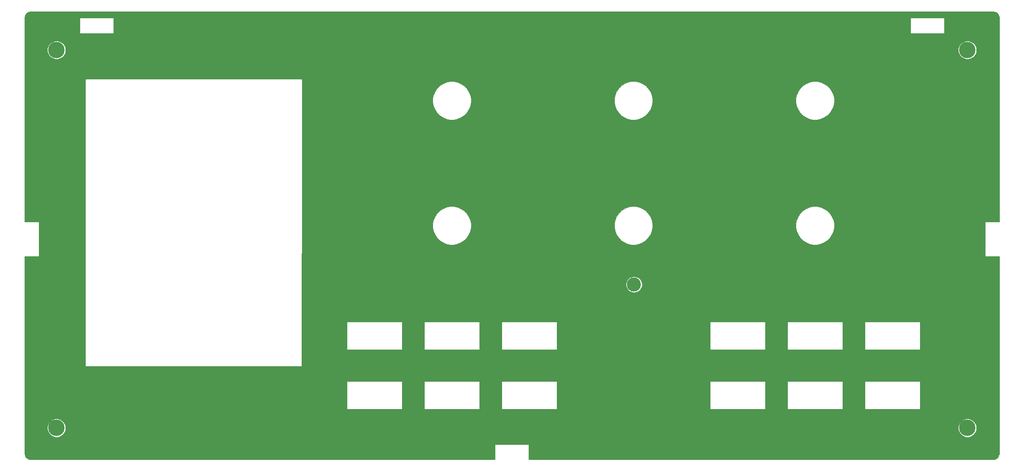
<source format=gbr>
G04 #@! TF.GenerationSoftware,KiCad,Pcbnew,(5.1.8)-1*
G04 #@! TF.CreationDate,2022-11-27T21:50:53+01:00*
G04 #@! TF.ProjectId,pfm3_topsurface,70666d33-5f74-46f7-9073-757266616365,v1.2 / 176*
G04 #@! TF.SameCoordinates,Original*
G04 #@! TF.FileFunction,Copper,L1,Top*
G04 #@! TF.FilePolarity,Positive*
%FSLAX46Y46*%
G04 Gerber Fmt 4.6, Leading zero omitted, Abs format (unit mm)*
G04 Created by KiCad (PCBNEW (5.1.8)-1) date 2022-11-27 21:50:53*
%MOMM*%
%LPD*%
G01*
G04 APERTURE LIST*
G04 #@! TA.AperFunction,ComponentPad*
%ADD10C,3.000000*%
G04 #@! TD*
G04 #@! TA.AperFunction,ComponentPad*
%ADD11C,3.500000*%
G04 #@! TD*
G04 #@! TA.AperFunction,NonConductor*
%ADD12C,0.100000*%
G04 #@! TD*
G04 #@! TA.AperFunction,NonConductor*
%ADD13C,0.150000*%
G04 #@! TD*
G04 APERTURE END LIST*
D10*
X173990000Y-91313000D03*
D11*
X50800000Y-121920000D03*
X50800000Y-41275000D03*
X245110000Y-41275000D03*
X245110000Y-121920000D03*
D12*
X250930039Y-33118111D02*
X251153244Y-33185501D01*
X251359105Y-33294959D01*
X251539785Y-33442319D01*
X251688400Y-33621963D01*
X251799295Y-33827060D01*
X251868241Y-34049786D01*
X251892982Y-34285190D01*
X251893000Y-34290262D01*
X251893001Y-34290272D01*
X251893000Y-77925000D01*
X248923675Y-77925000D01*
X248920000Y-77924638D01*
X248916325Y-77925000D01*
X248905298Y-77926086D01*
X248891160Y-77930375D01*
X248878131Y-77937339D01*
X248866711Y-77946711D01*
X248857339Y-77958131D01*
X248850375Y-77971160D01*
X248846086Y-77985298D01*
X248844638Y-78000000D01*
X248845001Y-78003686D01*
X248845000Y-85192824D01*
X248844638Y-85196500D01*
X248846086Y-85211202D01*
X248850375Y-85225340D01*
X248857339Y-85238369D01*
X248866711Y-85249789D01*
X248878131Y-85259161D01*
X248891160Y-85266125D01*
X248905298Y-85270414D01*
X248920000Y-85271862D01*
X248923675Y-85271500D01*
X251893001Y-85271500D01*
X251893000Y-127440832D01*
X251869889Y-127676539D01*
X251802499Y-127899744D01*
X251693042Y-128105603D01*
X251545681Y-128286285D01*
X251366037Y-128434900D01*
X251160940Y-128545795D01*
X250938214Y-128614741D01*
X250702811Y-128639482D01*
X250697738Y-128639500D01*
X151522500Y-128639500D01*
X151522500Y-125543176D01*
X151522862Y-125539500D01*
X151521414Y-125524798D01*
X151517125Y-125510660D01*
X151510161Y-125497631D01*
X151500789Y-125486211D01*
X151489369Y-125476839D01*
X151476340Y-125469875D01*
X151462202Y-125465586D01*
X151451175Y-125464500D01*
X151447500Y-125464138D01*
X151443825Y-125464500D01*
X144402675Y-125464500D01*
X144399000Y-125464138D01*
X144395325Y-125464500D01*
X144384298Y-125465586D01*
X144370160Y-125469875D01*
X144357131Y-125476839D01*
X144345711Y-125486211D01*
X144336339Y-125497631D01*
X144329375Y-125510660D01*
X144325086Y-125524798D01*
X144323638Y-125539500D01*
X144324000Y-125543176D01*
X144324001Y-128639500D01*
X45215668Y-128639500D01*
X44979961Y-128616389D01*
X44756756Y-128548999D01*
X44550897Y-128439542D01*
X44370215Y-128292181D01*
X44221600Y-128112537D01*
X44110705Y-127907440D01*
X44041759Y-127684714D01*
X44017018Y-127449311D01*
X44017000Y-127444238D01*
X44017000Y-121727942D01*
X48850000Y-121727942D01*
X48850000Y-122112058D01*
X48924938Y-122488794D01*
X49071933Y-122843671D01*
X49285336Y-123163052D01*
X49556948Y-123434664D01*
X49876329Y-123648067D01*
X50231206Y-123795062D01*
X50607942Y-123870000D01*
X50992058Y-123870000D01*
X51368794Y-123795062D01*
X51723671Y-123648067D01*
X52043052Y-123434664D01*
X52314664Y-123163052D01*
X52528067Y-122843671D01*
X52675062Y-122488794D01*
X52750000Y-122112058D01*
X52750000Y-121727942D01*
X243160000Y-121727942D01*
X243160000Y-122112058D01*
X243234938Y-122488794D01*
X243381933Y-122843671D01*
X243595336Y-123163052D01*
X243866948Y-123434664D01*
X244186329Y-123648067D01*
X244541206Y-123795062D01*
X244917942Y-123870000D01*
X245302058Y-123870000D01*
X245678794Y-123795062D01*
X246033671Y-123648067D01*
X246353052Y-123434664D01*
X246624664Y-123163052D01*
X246838067Y-122843671D01*
X246985062Y-122488794D01*
X247060000Y-122112058D01*
X247060000Y-121727942D01*
X246985062Y-121351206D01*
X246838067Y-120996329D01*
X246624664Y-120676948D01*
X246353052Y-120405336D01*
X246033671Y-120191933D01*
X245678794Y-120044938D01*
X245302058Y-119970000D01*
X244917942Y-119970000D01*
X244541206Y-120044938D01*
X244186329Y-120191933D01*
X243866948Y-120405336D01*
X243595336Y-120676948D01*
X243381933Y-120996329D01*
X243234938Y-121351206D01*
X243160000Y-121727942D01*
X52750000Y-121727942D01*
X52675062Y-121351206D01*
X52528067Y-120996329D01*
X52314664Y-120676948D01*
X52043052Y-120405336D01*
X51723671Y-120191933D01*
X51368794Y-120044938D01*
X50992058Y-119970000D01*
X50607942Y-119970000D01*
X50231206Y-120044938D01*
X49876329Y-120191933D01*
X49556948Y-120405336D01*
X49285336Y-120676948D01*
X49071933Y-120996329D01*
X48924938Y-121351206D01*
X48850000Y-121727942D01*
X44017000Y-121727942D01*
X44017000Y-112077500D01*
X112700638Y-112077500D01*
X112701001Y-112081186D01*
X112701000Y-117788824D01*
X112700638Y-117792500D01*
X112702086Y-117807202D01*
X112706375Y-117821340D01*
X112713339Y-117834369D01*
X112722711Y-117845789D01*
X112734131Y-117855161D01*
X112747160Y-117862125D01*
X112761298Y-117866414D01*
X112776000Y-117867862D01*
X112779675Y-117867500D01*
X124456325Y-117867500D01*
X124460000Y-117867862D01*
X124463675Y-117867500D01*
X124474702Y-117866414D01*
X124488840Y-117862125D01*
X124501869Y-117855161D01*
X124513289Y-117845789D01*
X124522661Y-117834369D01*
X124529625Y-117821340D01*
X124533914Y-117807202D01*
X124535362Y-117792500D01*
X124535000Y-117788825D01*
X124535000Y-112081176D01*
X124535362Y-112077500D01*
X129210638Y-112077500D01*
X129211001Y-112081186D01*
X129211000Y-117788824D01*
X129210638Y-117792500D01*
X129212086Y-117807202D01*
X129216375Y-117821340D01*
X129223339Y-117834369D01*
X129232711Y-117845789D01*
X129244131Y-117855161D01*
X129257160Y-117862125D01*
X129271298Y-117866414D01*
X129286000Y-117867862D01*
X129289675Y-117867500D01*
X140966325Y-117867500D01*
X140970000Y-117867862D01*
X140973675Y-117867500D01*
X140984702Y-117866414D01*
X140998840Y-117862125D01*
X141011869Y-117855161D01*
X141023289Y-117845789D01*
X141032661Y-117834369D01*
X141039625Y-117821340D01*
X141043914Y-117807202D01*
X141045362Y-117792500D01*
X141045000Y-117788825D01*
X141045000Y-112081176D01*
X141045362Y-112077500D01*
X145720638Y-112077500D01*
X145721001Y-112081186D01*
X145721000Y-117788824D01*
X145720638Y-117792500D01*
X145722086Y-117807202D01*
X145726375Y-117821340D01*
X145733339Y-117834369D01*
X145742711Y-117845789D01*
X145754131Y-117855161D01*
X145767160Y-117862125D01*
X145781298Y-117866414D01*
X145796000Y-117867862D01*
X145799675Y-117867500D01*
X157476325Y-117867500D01*
X157480000Y-117867862D01*
X157483675Y-117867500D01*
X157494702Y-117866414D01*
X157508840Y-117862125D01*
X157521869Y-117855161D01*
X157533289Y-117845789D01*
X157542661Y-117834369D01*
X157549625Y-117821340D01*
X157553914Y-117807202D01*
X157555362Y-117792500D01*
X157555000Y-117788825D01*
X157555000Y-112081176D01*
X157555362Y-112077500D01*
X190170638Y-112077500D01*
X190171001Y-112081186D01*
X190171000Y-117788824D01*
X190170638Y-117792500D01*
X190172086Y-117807202D01*
X190176375Y-117821340D01*
X190183339Y-117834369D01*
X190192711Y-117845789D01*
X190204131Y-117855161D01*
X190217160Y-117862125D01*
X190231298Y-117866414D01*
X190246000Y-117867862D01*
X190249675Y-117867500D01*
X201926325Y-117867500D01*
X201930000Y-117867862D01*
X201933675Y-117867500D01*
X201944702Y-117866414D01*
X201958840Y-117862125D01*
X201971869Y-117855161D01*
X201983289Y-117845789D01*
X201992661Y-117834369D01*
X201999625Y-117821340D01*
X202003914Y-117807202D01*
X202005362Y-117792500D01*
X202005000Y-117788825D01*
X202005000Y-112081176D01*
X202005362Y-112077500D01*
X206680638Y-112077500D01*
X206681001Y-112081186D01*
X206681000Y-117788824D01*
X206680638Y-117792500D01*
X206682086Y-117807202D01*
X206686375Y-117821340D01*
X206693339Y-117834369D01*
X206702711Y-117845789D01*
X206714131Y-117855161D01*
X206727160Y-117862125D01*
X206741298Y-117866414D01*
X206756000Y-117867862D01*
X206759675Y-117867500D01*
X218436325Y-117867500D01*
X218440000Y-117867862D01*
X218443675Y-117867500D01*
X218454702Y-117866414D01*
X218468840Y-117862125D01*
X218481869Y-117855161D01*
X218493289Y-117845789D01*
X218502661Y-117834369D01*
X218509625Y-117821340D01*
X218513914Y-117807202D01*
X218515362Y-117792500D01*
X218515000Y-117788825D01*
X218515000Y-112081176D01*
X218515362Y-112077500D01*
X223190638Y-112077500D01*
X223191001Y-112081186D01*
X223191000Y-117788824D01*
X223190638Y-117792500D01*
X223192086Y-117807202D01*
X223196375Y-117821340D01*
X223203339Y-117834369D01*
X223212711Y-117845789D01*
X223224131Y-117855161D01*
X223237160Y-117862125D01*
X223251298Y-117866414D01*
X223266000Y-117867862D01*
X223269675Y-117867500D01*
X234946325Y-117867500D01*
X234950000Y-117867862D01*
X234953675Y-117867500D01*
X234964702Y-117866414D01*
X234978840Y-117862125D01*
X234991869Y-117855161D01*
X235003289Y-117845789D01*
X235012661Y-117834369D01*
X235019625Y-117821340D01*
X235023914Y-117807202D01*
X235025362Y-117792500D01*
X235025000Y-117788825D01*
X235025000Y-112081176D01*
X235025362Y-112077500D01*
X235023914Y-112062798D01*
X235019625Y-112048660D01*
X235012661Y-112035631D01*
X235003289Y-112024211D01*
X234991869Y-112014839D01*
X234978840Y-112007875D01*
X234964702Y-112003586D01*
X234953675Y-112002500D01*
X234950000Y-112002138D01*
X234946325Y-112002500D01*
X223269675Y-112002500D01*
X223266000Y-112002138D01*
X223262325Y-112002500D01*
X223251298Y-112003586D01*
X223237160Y-112007875D01*
X223224131Y-112014839D01*
X223212711Y-112024211D01*
X223203339Y-112035631D01*
X223196375Y-112048660D01*
X223192086Y-112062798D01*
X223190638Y-112077500D01*
X218515362Y-112077500D01*
X218513914Y-112062798D01*
X218509625Y-112048660D01*
X218502661Y-112035631D01*
X218493289Y-112024211D01*
X218481869Y-112014839D01*
X218468840Y-112007875D01*
X218454702Y-112003586D01*
X218443675Y-112002500D01*
X218440000Y-112002138D01*
X218436325Y-112002500D01*
X206759675Y-112002500D01*
X206756000Y-112002138D01*
X206752325Y-112002500D01*
X206741298Y-112003586D01*
X206727160Y-112007875D01*
X206714131Y-112014839D01*
X206702711Y-112024211D01*
X206693339Y-112035631D01*
X206686375Y-112048660D01*
X206682086Y-112062798D01*
X206680638Y-112077500D01*
X202005362Y-112077500D01*
X202003914Y-112062798D01*
X201999625Y-112048660D01*
X201992661Y-112035631D01*
X201983289Y-112024211D01*
X201971869Y-112014839D01*
X201958840Y-112007875D01*
X201944702Y-112003586D01*
X201933675Y-112002500D01*
X201930000Y-112002138D01*
X201926325Y-112002500D01*
X190249675Y-112002500D01*
X190246000Y-112002138D01*
X190242325Y-112002500D01*
X190231298Y-112003586D01*
X190217160Y-112007875D01*
X190204131Y-112014839D01*
X190192711Y-112024211D01*
X190183339Y-112035631D01*
X190176375Y-112048660D01*
X190172086Y-112062798D01*
X190170638Y-112077500D01*
X157555362Y-112077500D01*
X157553914Y-112062798D01*
X157549625Y-112048660D01*
X157542661Y-112035631D01*
X157533289Y-112024211D01*
X157521869Y-112014839D01*
X157508840Y-112007875D01*
X157494702Y-112003586D01*
X157483675Y-112002500D01*
X157480000Y-112002138D01*
X157476325Y-112002500D01*
X145799675Y-112002500D01*
X145796000Y-112002138D01*
X145792325Y-112002500D01*
X145781298Y-112003586D01*
X145767160Y-112007875D01*
X145754131Y-112014839D01*
X145742711Y-112024211D01*
X145733339Y-112035631D01*
X145726375Y-112048660D01*
X145722086Y-112062798D01*
X145720638Y-112077500D01*
X141045362Y-112077500D01*
X141043914Y-112062798D01*
X141039625Y-112048660D01*
X141032661Y-112035631D01*
X141023289Y-112024211D01*
X141011869Y-112014839D01*
X140998840Y-112007875D01*
X140984702Y-112003586D01*
X140973675Y-112002500D01*
X140970000Y-112002138D01*
X140966325Y-112002500D01*
X129289675Y-112002500D01*
X129286000Y-112002138D01*
X129282325Y-112002500D01*
X129271298Y-112003586D01*
X129257160Y-112007875D01*
X129244131Y-112014839D01*
X129232711Y-112024211D01*
X129223339Y-112035631D01*
X129216375Y-112048660D01*
X129212086Y-112062798D01*
X129210638Y-112077500D01*
X124535362Y-112077500D01*
X124533914Y-112062798D01*
X124529625Y-112048660D01*
X124522661Y-112035631D01*
X124513289Y-112024211D01*
X124501869Y-112014839D01*
X124488840Y-112007875D01*
X124474702Y-112003586D01*
X124463675Y-112002500D01*
X124460000Y-112002138D01*
X124456325Y-112002500D01*
X112779675Y-112002500D01*
X112776000Y-112002138D01*
X112772325Y-112002500D01*
X112761298Y-112003586D01*
X112747160Y-112007875D01*
X112734131Y-112014839D01*
X112722711Y-112024211D01*
X112713339Y-112035631D01*
X112706375Y-112048660D01*
X112702086Y-112062798D01*
X112700638Y-112077500D01*
X44017000Y-112077500D01*
X44017000Y-85275000D01*
X46986325Y-85275000D01*
X46990000Y-85275362D01*
X46993675Y-85275000D01*
X47004702Y-85273914D01*
X47018840Y-85269625D01*
X47031869Y-85262661D01*
X47043289Y-85253289D01*
X47052661Y-85241869D01*
X47059625Y-85228840D01*
X47063914Y-85214702D01*
X47065362Y-85200000D01*
X47065000Y-85196325D01*
X47065000Y-78002175D01*
X47065362Y-77998500D01*
X47063914Y-77983798D01*
X47059625Y-77969660D01*
X47052661Y-77956631D01*
X47043289Y-77945211D01*
X47031869Y-77935839D01*
X47018840Y-77928875D01*
X47004702Y-77924586D01*
X46993675Y-77923500D01*
X46990000Y-77923138D01*
X46986325Y-77923500D01*
X44017000Y-77923500D01*
X44017000Y-47561500D01*
X56974638Y-47561500D01*
X56975000Y-47565176D01*
X56975001Y-108696314D01*
X56974638Y-108700000D01*
X56976086Y-108714702D01*
X56980375Y-108728840D01*
X56987339Y-108741869D01*
X56996711Y-108753289D01*
X57008131Y-108762661D01*
X57021160Y-108769625D01*
X57035298Y-108773914D01*
X57046325Y-108775000D01*
X57050000Y-108775362D01*
X57053675Y-108775000D01*
X103046328Y-108775000D01*
X103049988Y-108775361D01*
X103053661Y-108775000D01*
X103053675Y-108775000D01*
X103060958Y-108774283D01*
X103064689Y-108773916D01*
X103064693Y-108773915D01*
X103064702Y-108773914D01*
X103076621Y-108770298D01*
X103078828Y-108769629D01*
X103078830Y-108769628D01*
X103078840Y-108769625D01*
X103087727Y-108764875D01*
X103091858Y-108762668D01*
X103091862Y-108762665D01*
X103091869Y-108762661D01*
X103100067Y-108755933D01*
X103103279Y-108753298D01*
X103103281Y-108753296D01*
X103103289Y-108753289D01*
X103112661Y-108741869D01*
X103117886Y-108732093D01*
X103119620Y-108728851D01*
X103119621Y-108728847D01*
X103119625Y-108728840D01*
X103122718Y-108718644D01*
X103123911Y-108714714D01*
X103123911Y-108714711D01*
X103123914Y-108714702D01*
X103125362Y-108700000D01*
X103125000Y-108696327D01*
X103126600Y-99377500D01*
X112700638Y-99377500D01*
X112701001Y-99381186D01*
X112701000Y-105088824D01*
X112700638Y-105092500D01*
X112702086Y-105107202D01*
X112706375Y-105121340D01*
X112713339Y-105134369D01*
X112722711Y-105145789D01*
X112734131Y-105155161D01*
X112747160Y-105162125D01*
X112761298Y-105166414D01*
X112776000Y-105167862D01*
X112779675Y-105167500D01*
X124456325Y-105167500D01*
X124460000Y-105167862D01*
X124463675Y-105167500D01*
X124474702Y-105166414D01*
X124488840Y-105162125D01*
X124501869Y-105155161D01*
X124513289Y-105145789D01*
X124522661Y-105134369D01*
X124529625Y-105121340D01*
X124533914Y-105107202D01*
X124535362Y-105092500D01*
X124535000Y-105088825D01*
X124535000Y-99381176D01*
X124535362Y-99377500D01*
X129210638Y-99377500D01*
X129211001Y-99381186D01*
X129211000Y-105088824D01*
X129210638Y-105092500D01*
X129212086Y-105107202D01*
X129216375Y-105121340D01*
X129223339Y-105134369D01*
X129232711Y-105145789D01*
X129244131Y-105155161D01*
X129257160Y-105162125D01*
X129271298Y-105166414D01*
X129286000Y-105167862D01*
X129289675Y-105167500D01*
X140966325Y-105167500D01*
X140970000Y-105167862D01*
X140973675Y-105167500D01*
X140984702Y-105166414D01*
X140998840Y-105162125D01*
X141011869Y-105155161D01*
X141023289Y-105145789D01*
X141032661Y-105134369D01*
X141039625Y-105121340D01*
X141043914Y-105107202D01*
X141045362Y-105092500D01*
X141045000Y-105088825D01*
X141045000Y-99381176D01*
X141045362Y-99377500D01*
X145720638Y-99377500D01*
X145721001Y-99381186D01*
X145721000Y-105088824D01*
X145720638Y-105092500D01*
X145722086Y-105107202D01*
X145726375Y-105121340D01*
X145733339Y-105134369D01*
X145742711Y-105145789D01*
X145754131Y-105155161D01*
X145767160Y-105162125D01*
X145781298Y-105166414D01*
X145796000Y-105167862D01*
X145799675Y-105167500D01*
X157476325Y-105167500D01*
X157480000Y-105167862D01*
X157483675Y-105167500D01*
X157494702Y-105166414D01*
X157508840Y-105162125D01*
X157521869Y-105155161D01*
X157533289Y-105145789D01*
X157542661Y-105134369D01*
X157549625Y-105121340D01*
X157553914Y-105107202D01*
X157555362Y-105092500D01*
X157555000Y-105088825D01*
X157555000Y-99381176D01*
X157555362Y-99377500D01*
X190170638Y-99377500D01*
X190171001Y-99381186D01*
X190171000Y-105088824D01*
X190170638Y-105092500D01*
X190172086Y-105107202D01*
X190176375Y-105121340D01*
X190183339Y-105134369D01*
X190192711Y-105145789D01*
X190204131Y-105155161D01*
X190217160Y-105162125D01*
X190231298Y-105166414D01*
X190246000Y-105167862D01*
X190249675Y-105167500D01*
X201926325Y-105167500D01*
X201930000Y-105167862D01*
X201933675Y-105167500D01*
X201944702Y-105166414D01*
X201958840Y-105162125D01*
X201971869Y-105155161D01*
X201983289Y-105145789D01*
X201992661Y-105134369D01*
X201999625Y-105121340D01*
X202003914Y-105107202D01*
X202005362Y-105092500D01*
X202005000Y-105088825D01*
X202005000Y-99381176D01*
X202005362Y-99377500D01*
X206680638Y-99377500D01*
X206681001Y-99381186D01*
X206681000Y-105088824D01*
X206680638Y-105092500D01*
X206682086Y-105107202D01*
X206686375Y-105121340D01*
X206693339Y-105134369D01*
X206702711Y-105145789D01*
X206714131Y-105155161D01*
X206727160Y-105162125D01*
X206741298Y-105166414D01*
X206756000Y-105167862D01*
X206759675Y-105167500D01*
X218436325Y-105167500D01*
X218440000Y-105167862D01*
X218443675Y-105167500D01*
X218454702Y-105166414D01*
X218468840Y-105162125D01*
X218481869Y-105155161D01*
X218493289Y-105145789D01*
X218502661Y-105134369D01*
X218509625Y-105121340D01*
X218513914Y-105107202D01*
X218515362Y-105092500D01*
X218515000Y-105088825D01*
X218515000Y-99381176D01*
X218515362Y-99377500D01*
X223190638Y-99377500D01*
X223191001Y-99381186D01*
X223191000Y-105088824D01*
X223190638Y-105092500D01*
X223192086Y-105107202D01*
X223196375Y-105121340D01*
X223203339Y-105134369D01*
X223212711Y-105145789D01*
X223224131Y-105155161D01*
X223237160Y-105162125D01*
X223251298Y-105166414D01*
X223266000Y-105167862D01*
X223269675Y-105167500D01*
X234946325Y-105167500D01*
X234950000Y-105167862D01*
X234953675Y-105167500D01*
X234964702Y-105166414D01*
X234978840Y-105162125D01*
X234991869Y-105155161D01*
X235003289Y-105145789D01*
X235012661Y-105134369D01*
X235019625Y-105121340D01*
X235023914Y-105107202D01*
X235025362Y-105092500D01*
X235025000Y-105088825D01*
X235025000Y-99381176D01*
X235025362Y-99377500D01*
X235023914Y-99362798D01*
X235019625Y-99348660D01*
X235012661Y-99335631D01*
X235003289Y-99324211D01*
X234991869Y-99314839D01*
X234978840Y-99307875D01*
X234964702Y-99303586D01*
X234953675Y-99302500D01*
X234950000Y-99302138D01*
X234946325Y-99302500D01*
X223269675Y-99302500D01*
X223266000Y-99302138D01*
X223262325Y-99302500D01*
X223251298Y-99303586D01*
X223237160Y-99307875D01*
X223224131Y-99314839D01*
X223212711Y-99324211D01*
X223203339Y-99335631D01*
X223196375Y-99348660D01*
X223192086Y-99362798D01*
X223190638Y-99377500D01*
X218515362Y-99377500D01*
X218513914Y-99362798D01*
X218509625Y-99348660D01*
X218502661Y-99335631D01*
X218493289Y-99324211D01*
X218481869Y-99314839D01*
X218468840Y-99307875D01*
X218454702Y-99303586D01*
X218443675Y-99302500D01*
X218440000Y-99302138D01*
X218436325Y-99302500D01*
X206759675Y-99302500D01*
X206756000Y-99302138D01*
X206752325Y-99302500D01*
X206741298Y-99303586D01*
X206727160Y-99307875D01*
X206714131Y-99314839D01*
X206702711Y-99324211D01*
X206693339Y-99335631D01*
X206686375Y-99348660D01*
X206682086Y-99362798D01*
X206680638Y-99377500D01*
X202005362Y-99377500D01*
X202003914Y-99362798D01*
X201999625Y-99348660D01*
X201992661Y-99335631D01*
X201983289Y-99324211D01*
X201971869Y-99314839D01*
X201958840Y-99307875D01*
X201944702Y-99303586D01*
X201933675Y-99302500D01*
X201930000Y-99302138D01*
X201926325Y-99302500D01*
X190249675Y-99302500D01*
X190246000Y-99302138D01*
X190242325Y-99302500D01*
X190231298Y-99303586D01*
X190217160Y-99307875D01*
X190204131Y-99314839D01*
X190192711Y-99324211D01*
X190183339Y-99335631D01*
X190176375Y-99348660D01*
X190172086Y-99362798D01*
X190170638Y-99377500D01*
X157555362Y-99377500D01*
X157553914Y-99362798D01*
X157549625Y-99348660D01*
X157542661Y-99335631D01*
X157533289Y-99324211D01*
X157521869Y-99314839D01*
X157508840Y-99307875D01*
X157494702Y-99303586D01*
X157483675Y-99302500D01*
X157480000Y-99302138D01*
X157476325Y-99302500D01*
X145799675Y-99302500D01*
X145796000Y-99302138D01*
X145792325Y-99302500D01*
X145781298Y-99303586D01*
X145767160Y-99307875D01*
X145754131Y-99314839D01*
X145742711Y-99324211D01*
X145733339Y-99335631D01*
X145726375Y-99348660D01*
X145722086Y-99362798D01*
X145720638Y-99377500D01*
X141045362Y-99377500D01*
X141043914Y-99362798D01*
X141039625Y-99348660D01*
X141032661Y-99335631D01*
X141023289Y-99324211D01*
X141011869Y-99314839D01*
X140998840Y-99307875D01*
X140984702Y-99303586D01*
X140973675Y-99302500D01*
X140970000Y-99302138D01*
X140966325Y-99302500D01*
X129289675Y-99302500D01*
X129286000Y-99302138D01*
X129282325Y-99302500D01*
X129271298Y-99303586D01*
X129257160Y-99307875D01*
X129244131Y-99314839D01*
X129232711Y-99324211D01*
X129223339Y-99335631D01*
X129216375Y-99348660D01*
X129212086Y-99362798D01*
X129210638Y-99377500D01*
X124535362Y-99377500D01*
X124533914Y-99362798D01*
X124529625Y-99348660D01*
X124522661Y-99335631D01*
X124513289Y-99324211D01*
X124501869Y-99314839D01*
X124488840Y-99307875D01*
X124474702Y-99303586D01*
X124463675Y-99302500D01*
X124460000Y-99302138D01*
X124456325Y-99302500D01*
X112779675Y-99302500D01*
X112776000Y-99302138D01*
X112772325Y-99302500D01*
X112761298Y-99303586D01*
X112747160Y-99307875D01*
X112734131Y-99314839D01*
X112722711Y-99324211D01*
X112713339Y-99335631D01*
X112706375Y-99348660D01*
X112702086Y-99362798D01*
X112700638Y-99377500D01*
X103126600Y-99377500D01*
X103128013Y-91145565D01*
X172290000Y-91145565D01*
X172290000Y-91480435D01*
X172355330Y-91808872D01*
X172483479Y-92118252D01*
X172669523Y-92396687D01*
X172906313Y-92633477D01*
X173184748Y-92819521D01*
X173494128Y-92947670D01*
X173822565Y-93013000D01*
X174157435Y-93013000D01*
X174485872Y-92947670D01*
X174795252Y-92819521D01*
X175073687Y-92633477D01*
X175310477Y-92396687D01*
X175496521Y-92118252D01*
X175624670Y-91808872D01*
X175690000Y-91480435D01*
X175690000Y-91145565D01*
X175624670Y-90817128D01*
X175496521Y-90507748D01*
X175310477Y-90229313D01*
X175073687Y-89992523D01*
X174795252Y-89806479D01*
X174485872Y-89678330D01*
X174157435Y-89613000D01*
X173822565Y-89613000D01*
X173494128Y-89678330D01*
X173184748Y-89806479D01*
X172906313Y-89992523D01*
X172669523Y-90229313D01*
X172483479Y-90507748D01*
X172355330Y-90817128D01*
X172290000Y-91145565D01*
X103128013Y-91145565D01*
X103130213Y-78338620D01*
X131052719Y-78338620D01*
X131052719Y-79141380D01*
X131209329Y-79928716D01*
X131516532Y-80670370D01*
X131962522Y-81337840D01*
X132530160Y-81905478D01*
X133197630Y-82351468D01*
X133939284Y-82658671D01*
X134726620Y-82815281D01*
X135529380Y-82815281D01*
X136316716Y-82658671D01*
X137058370Y-82351468D01*
X137725840Y-81905478D01*
X138293478Y-81337840D01*
X138739468Y-80670370D01*
X139046671Y-79928716D01*
X139203281Y-79141380D01*
X139203281Y-78338620D01*
X169787719Y-78338620D01*
X169787719Y-79141380D01*
X169944329Y-79928716D01*
X170251532Y-80670370D01*
X170697522Y-81337840D01*
X171265160Y-81905478D01*
X171932630Y-82351468D01*
X172674284Y-82658671D01*
X173461620Y-82815281D01*
X174264380Y-82815281D01*
X175051716Y-82658671D01*
X175793370Y-82351468D01*
X176460840Y-81905478D01*
X177028478Y-81337840D01*
X177474468Y-80670370D01*
X177781671Y-79928716D01*
X177938281Y-79141380D01*
X177938281Y-78338620D01*
X208522719Y-78338620D01*
X208522719Y-79141380D01*
X208679329Y-79928716D01*
X208986532Y-80670370D01*
X209432522Y-81337840D01*
X210000160Y-81905478D01*
X210667630Y-82351468D01*
X211409284Y-82658671D01*
X212196620Y-82815281D01*
X212999380Y-82815281D01*
X213786716Y-82658671D01*
X214528370Y-82351468D01*
X215195840Y-81905478D01*
X215763478Y-81337840D01*
X216209468Y-80670370D01*
X216516671Y-79928716D01*
X216673281Y-79141380D01*
X216673281Y-78338620D01*
X216516671Y-77551284D01*
X216209468Y-76809630D01*
X215763478Y-76142160D01*
X215195840Y-75574522D01*
X214528370Y-75128532D01*
X213786716Y-74821329D01*
X212999380Y-74664719D01*
X212196620Y-74664719D01*
X211409284Y-74821329D01*
X210667630Y-75128532D01*
X210000160Y-75574522D01*
X209432522Y-76142160D01*
X208986532Y-76809630D01*
X208679329Y-77551284D01*
X208522719Y-78338620D01*
X177938281Y-78338620D01*
X177781671Y-77551284D01*
X177474468Y-76809630D01*
X177028478Y-76142160D01*
X176460840Y-75574522D01*
X175793370Y-75128532D01*
X175051716Y-74821329D01*
X174264380Y-74664719D01*
X173461620Y-74664719D01*
X172674284Y-74821329D01*
X171932630Y-75128532D01*
X171265160Y-75574522D01*
X170697522Y-76142160D01*
X170251532Y-76809630D01*
X169944329Y-77551284D01*
X169787719Y-78338620D01*
X139203281Y-78338620D01*
X139046671Y-77551284D01*
X138739468Y-76809630D01*
X138293478Y-76142160D01*
X137725840Y-75574522D01*
X137058370Y-75128532D01*
X136316716Y-74821329D01*
X135529380Y-74664719D01*
X134726620Y-74664719D01*
X133939284Y-74821329D01*
X133197630Y-75128532D01*
X132530160Y-75574522D01*
X131962522Y-76142160D01*
X131516532Y-76809630D01*
X131209329Y-77551284D01*
X131052719Y-78338620D01*
X103130213Y-78338620D01*
X103134794Y-51669120D01*
X131052719Y-51669120D01*
X131052719Y-52471880D01*
X131209329Y-53259216D01*
X131516532Y-54000870D01*
X131962522Y-54668340D01*
X132530160Y-55235978D01*
X133197630Y-55681968D01*
X133939284Y-55989171D01*
X134726620Y-56145781D01*
X135529380Y-56145781D01*
X136316716Y-55989171D01*
X137058370Y-55681968D01*
X137725840Y-55235978D01*
X138293478Y-54668340D01*
X138739468Y-54000870D01*
X139046671Y-53259216D01*
X139203281Y-52471880D01*
X139203281Y-51669120D01*
X169787719Y-51669120D01*
X169787719Y-52471880D01*
X169944329Y-53259216D01*
X170251532Y-54000870D01*
X170697522Y-54668340D01*
X171265160Y-55235978D01*
X171932630Y-55681968D01*
X172674284Y-55989171D01*
X173461620Y-56145781D01*
X174264380Y-56145781D01*
X175051716Y-55989171D01*
X175793370Y-55681968D01*
X176460840Y-55235978D01*
X177028478Y-54668340D01*
X177474468Y-54000870D01*
X177781671Y-53259216D01*
X177938281Y-52471880D01*
X177938281Y-51669120D01*
X177938182Y-51668620D01*
X208522719Y-51668620D01*
X208522719Y-52471380D01*
X208679329Y-53258716D01*
X208986532Y-54000370D01*
X209432522Y-54667840D01*
X210000160Y-55235478D01*
X210667630Y-55681468D01*
X211409284Y-55988671D01*
X212196620Y-56145281D01*
X212999380Y-56145281D01*
X213786716Y-55988671D01*
X214528370Y-55681468D01*
X215195840Y-55235478D01*
X215763478Y-54667840D01*
X216209468Y-54000370D01*
X216516671Y-53258716D01*
X216673281Y-52471380D01*
X216673281Y-51668620D01*
X216516671Y-50881284D01*
X216209468Y-50139630D01*
X215763478Y-49472160D01*
X215195840Y-48904522D01*
X214528370Y-48458532D01*
X213786716Y-48151329D01*
X212999380Y-47994719D01*
X212196620Y-47994719D01*
X211409284Y-48151329D01*
X210667630Y-48458532D01*
X210000160Y-48904522D01*
X209432522Y-49472160D01*
X208986532Y-50139630D01*
X208679329Y-50881284D01*
X208522719Y-51668620D01*
X177938182Y-51668620D01*
X177781671Y-50881784D01*
X177474468Y-50140130D01*
X177028478Y-49472660D01*
X176460840Y-48905022D01*
X175793370Y-48459032D01*
X175051716Y-48151829D01*
X174264380Y-47995219D01*
X173461620Y-47995219D01*
X172674284Y-48151829D01*
X171932630Y-48459032D01*
X171265160Y-48905022D01*
X170697522Y-49472660D01*
X170251532Y-50140130D01*
X169944329Y-50881784D01*
X169787719Y-51669120D01*
X139203281Y-51669120D01*
X139046671Y-50881784D01*
X138739468Y-50140130D01*
X138293478Y-49472660D01*
X137725840Y-48905022D01*
X137058370Y-48459032D01*
X136316716Y-48151829D01*
X135529380Y-47995219D01*
X134726620Y-47995219D01*
X133939284Y-48151829D01*
X133197630Y-48459032D01*
X132530160Y-48905022D01*
X131962522Y-49472660D01*
X131516532Y-50140130D01*
X131209329Y-50881784D01*
X131052719Y-51669120D01*
X103134794Y-51669120D01*
X103135499Y-47565188D01*
X103135862Y-47561500D01*
X103134797Y-47550683D01*
X103134416Y-47546811D01*
X103134415Y-47546807D01*
X103134414Y-47546798D01*
X103130125Y-47532660D01*
X103125375Y-47523773D01*
X103123168Y-47519642D01*
X103123165Y-47519638D01*
X103123161Y-47519631D01*
X103116433Y-47511433D01*
X103113798Y-47508221D01*
X103113796Y-47508219D01*
X103113789Y-47508211D01*
X103102369Y-47498839D01*
X103092593Y-47493614D01*
X103089351Y-47491880D01*
X103089347Y-47491879D01*
X103089340Y-47491875D01*
X103079144Y-47488782D01*
X103075214Y-47487589D01*
X103075211Y-47487589D01*
X103075202Y-47487586D01*
X103066495Y-47486728D01*
X103060512Y-47486138D01*
X103056832Y-47486500D01*
X57053675Y-47486500D01*
X57050000Y-47486138D01*
X57046325Y-47486500D01*
X57035298Y-47487586D01*
X57021160Y-47491875D01*
X57008131Y-47498839D01*
X56996711Y-47508211D01*
X56987339Y-47519631D01*
X56980375Y-47532660D01*
X56976086Y-47546798D01*
X56974638Y-47561500D01*
X44017000Y-47561500D01*
X44017000Y-41082942D01*
X48850000Y-41082942D01*
X48850000Y-41467058D01*
X48924938Y-41843794D01*
X49071933Y-42198671D01*
X49285336Y-42518052D01*
X49556948Y-42789664D01*
X49876329Y-43003067D01*
X50231206Y-43150062D01*
X50607942Y-43225000D01*
X50992058Y-43225000D01*
X51368794Y-43150062D01*
X51723671Y-43003067D01*
X52043052Y-42789664D01*
X52314664Y-42518052D01*
X52528067Y-42198671D01*
X52675062Y-41843794D01*
X52750000Y-41467058D01*
X52750000Y-41082942D01*
X243160000Y-41082942D01*
X243160000Y-41467058D01*
X243234938Y-41843794D01*
X243381933Y-42198671D01*
X243595336Y-42518052D01*
X243866948Y-42789664D01*
X244186329Y-43003067D01*
X244541206Y-43150062D01*
X244917942Y-43225000D01*
X245302058Y-43225000D01*
X245678794Y-43150062D01*
X246033671Y-43003067D01*
X246353052Y-42789664D01*
X246624664Y-42518052D01*
X246838067Y-42198671D01*
X246985062Y-41843794D01*
X247060000Y-41467058D01*
X247060000Y-41082942D01*
X246985062Y-40706206D01*
X246838067Y-40351329D01*
X246624664Y-40031948D01*
X246353052Y-39760336D01*
X246033671Y-39546933D01*
X245678794Y-39399938D01*
X245302058Y-39325000D01*
X244917942Y-39325000D01*
X244541206Y-39399938D01*
X244186329Y-39546933D01*
X243866948Y-39760336D01*
X243595336Y-40031948D01*
X243381933Y-40351329D01*
X243234938Y-40706206D01*
X243160000Y-41082942D01*
X52750000Y-41082942D01*
X52675062Y-40706206D01*
X52528067Y-40351329D01*
X52314664Y-40031948D01*
X52043052Y-39760336D01*
X51723671Y-39546933D01*
X51368794Y-39399938D01*
X50992058Y-39325000D01*
X50607942Y-39325000D01*
X50231206Y-39399938D01*
X49876329Y-39546933D01*
X49556948Y-39760336D01*
X49285336Y-40031948D01*
X49071933Y-40351329D01*
X48924938Y-40706206D01*
X48850000Y-41082942D01*
X44017000Y-41082942D01*
X44017000Y-34480500D01*
X55741138Y-34480500D01*
X55741500Y-34484176D01*
X55741501Y-37651814D01*
X55741138Y-37655500D01*
X55742586Y-37670202D01*
X55746875Y-37684340D01*
X55753839Y-37697369D01*
X55763211Y-37708789D01*
X55774631Y-37718161D01*
X55787660Y-37725125D01*
X55801798Y-37729414D01*
X55812825Y-37730500D01*
X55816500Y-37730862D01*
X55820175Y-37730500D01*
X62861325Y-37730500D01*
X62865000Y-37730862D01*
X62868675Y-37730500D01*
X62879702Y-37729414D01*
X62893840Y-37725125D01*
X62906869Y-37718161D01*
X62918289Y-37708789D01*
X62927661Y-37697369D01*
X62934625Y-37684340D01*
X62938914Y-37670202D01*
X62940362Y-37655500D01*
X62940000Y-37651825D01*
X62940000Y-34484176D01*
X62940362Y-34480500D01*
X232969638Y-34480500D01*
X232970000Y-34484176D01*
X232970001Y-37651814D01*
X232969638Y-37655500D01*
X232971086Y-37670202D01*
X232975375Y-37684340D01*
X232982339Y-37697369D01*
X232991711Y-37708789D01*
X233003131Y-37718161D01*
X233016160Y-37725125D01*
X233030298Y-37729414D01*
X233041325Y-37730500D01*
X233045000Y-37730862D01*
X233048675Y-37730500D01*
X240089825Y-37730500D01*
X240093500Y-37730862D01*
X240097175Y-37730500D01*
X240108202Y-37729414D01*
X240122340Y-37725125D01*
X240135369Y-37718161D01*
X240146789Y-37708789D01*
X240156161Y-37697369D01*
X240163125Y-37684340D01*
X240167414Y-37670202D01*
X240168862Y-37655500D01*
X240168500Y-37651825D01*
X240168500Y-34484176D01*
X240168862Y-34480500D01*
X240167414Y-34465798D01*
X240163125Y-34451660D01*
X240156161Y-34438631D01*
X240146789Y-34427211D01*
X240135369Y-34417839D01*
X240122340Y-34410875D01*
X240108202Y-34406586D01*
X240097175Y-34405500D01*
X240093500Y-34405138D01*
X240089825Y-34405500D01*
X233048675Y-34405500D01*
X233045000Y-34405138D01*
X233041325Y-34405500D01*
X233030298Y-34406586D01*
X233016160Y-34410875D01*
X233003131Y-34417839D01*
X232991711Y-34427211D01*
X232982339Y-34438631D01*
X232975375Y-34451660D01*
X232971086Y-34465798D01*
X232969638Y-34480500D01*
X62940362Y-34480500D01*
X62938914Y-34465798D01*
X62934625Y-34451660D01*
X62927661Y-34438631D01*
X62918289Y-34427211D01*
X62906869Y-34417839D01*
X62893840Y-34410875D01*
X62879702Y-34406586D01*
X62868675Y-34405500D01*
X62865000Y-34405138D01*
X62861325Y-34405500D01*
X55820175Y-34405500D01*
X55816500Y-34405138D01*
X55812825Y-34405500D01*
X55801798Y-34406586D01*
X55787660Y-34410875D01*
X55774631Y-34417839D01*
X55763211Y-34427211D01*
X55753839Y-34438631D01*
X55746875Y-34451660D01*
X55742586Y-34465798D01*
X55741138Y-34480500D01*
X44017000Y-34480500D01*
X44017000Y-34293668D01*
X44040111Y-34057961D01*
X44107501Y-33834756D01*
X44216959Y-33628895D01*
X44364319Y-33448215D01*
X44543963Y-33299600D01*
X44749060Y-33188705D01*
X44971786Y-33119759D01*
X45207190Y-33095018D01*
X45212262Y-33095000D01*
X250694332Y-33095000D01*
X250930039Y-33118111D01*
G04 #@! TA.AperFunction,NonConductor*
D13*
G36*
X250930039Y-33118111D02*
G01*
X251153244Y-33185501D01*
X251359105Y-33294959D01*
X251539785Y-33442319D01*
X251688400Y-33621963D01*
X251799295Y-33827060D01*
X251868241Y-34049786D01*
X251892982Y-34285190D01*
X251893000Y-34290262D01*
X251893001Y-34290272D01*
X251893000Y-77925000D01*
X248923675Y-77925000D01*
X248920000Y-77924638D01*
X248916325Y-77925000D01*
X248905298Y-77926086D01*
X248891160Y-77930375D01*
X248878131Y-77937339D01*
X248866711Y-77946711D01*
X248857339Y-77958131D01*
X248850375Y-77971160D01*
X248846086Y-77985298D01*
X248844638Y-78000000D01*
X248845001Y-78003686D01*
X248845000Y-85192824D01*
X248844638Y-85196500D01*
X248846086Y-85211202D01*
X248850375Y-85225340D01*
X248857339Y-85238369D01*
X248866711Y-85249789D01*
X248878131Y-85259161D01*
X248891160Y-85266125D01*
X248905298Y-85270414D01*
X248920000Y-85271862D01*
X248923675Y-85271500D01*
X251893001Y-85271500D01*
X251893000Y-127440832D01*
X251869889Y-127676539D01*
X251802499Y-127899744D01*
X251693042Y-128105603D01*
X251545681Y-128286285D01*
X251366037Y-128434900D01*
X251160940Y-128545795D01*
X250938214Y-128614741D01*
X250702811Y-128639482D01*
X250697738Y-128639500D01*
X151522500Y-128639500D01*
X151522500Y-125543176D01*
X151522862Y-125539500D01*
X151521414Y-125524798D01*
X151517125Y-125510660D01*
X151510161Y-125497631D01*
X151500789Y-125486211D01*
X151489369Y-125476839D01*
X151476340Y-125469875D01*
X151462202Y-125465586D01*
X151451175Y-125464500D01*
X151447500Y-125464138D01*
X151443825Y-125464500D01*
X144402675Y-125464500D01*
X144399000Y-125464138D01*
X144395325Y-125464500D01*
X144384298Y-125465586D01*
X144370160Y-125469875D01*
X144357131Y-125476839D01*
X144345711Y-125486211D01*
X144336339Y-125497631D01*
X144329375Y-125510660D01*
X144325086Y-125524798D01*
X144323638Y-125539500D01*
X144324000Y-125543176D01*
X144324001Y-128639500D01*
X45215668Y-128639500D01*
X44979961Y-128616389D01*
X44756756Y-128548999D01*
X44550897Y-128439542D01*
X44370215Y-128292181D01*
X44221600Y-128112537D01*
X44110705Y-127907440D01*
X44041759Y-127684714D01*
X44017018Y-127449311D01*
X44017000Y-127444238D01*
X44017000Y-121727942D01*
X48850000Y-121727942D01*
X48850000Y-122112058D01*
X48924938Y-122488794D01*
X49071933Y-122843671D01*
X49285336Y-123163052D01*
X49556948Y-123434664D01*
X49876329Y-123648067D01*
X50231206Y-123795062D01*
X50607942Y-123870000D01*
X50992058Y-123870000D01*
X51368794Y-123795062D01*
X51723671Y-123648067D01*
X52043052Y-123434664D01*
X52314664Y-123163052D01*
X52528067Y-122843671D01*
X52675062Y-122488794D01*
X52750000Y-122112058D01*
X52750000Y-121727942D01*
X243160000Y-121727942D01*
X243160000Y-122112058D01*
X243234938Y-122488794D01*
X243381933Y-122843671D01*
X243595336Y-123163052D01*
X243866948Y-123434664D01*
X244186329Y-123648067D01*
X244541206Y-123795062D01*
X244917942Y-123870000D01*
X245302058Y-123870000D01*
X245678794Y-123795062D01*
X246033671Y-123648067D01*
X246353052Y-123434664D01*
X246624664Y-123163052D01*
X246838067Y-122843671D01*
X246985062Y-122488794D01*
X247060000Y-122112058D01*
X247060000Y-121727942D01*
X246985062Y-121351206D01*
X246838067Y-120996329D01*
X246624664Y-120676948D01*
X246353052Y-120405336D01*
X246033671Y-120191933D01*
X245678794Y-120044938D01*
X245302058Y-119970000D01*
X244917942Y-119970000D01*
X244541206Y-120044938D01*
X244186329Y-120191933D01*
X243866948Y-120405336D01*
X243595336Y-120676948D01*
X243381933Y-120996329D01*
X243234938Y-121351206D01*
X243160000Y-121727942D01*
X52750000Y-121727942D01*
X52675062Y-121351206D01*
X52528067Y-120996329D01*
X52314664Y-120676948D01*
X52043052Y-120405336D01*
X51723671Y-120191933D01*
X51368794Y-120044938D01*
X50992058Y-119970000D01*
X50607942Y-119970000D01*
X50231206Y-120044938D01*
X49876329Y-120191933D01*
X49556948Y-120405336D01*
X49285336Y-120676948D01*
X49071933Y-120996329D01*
X48924938Y-121351206D01*
X48850000Y-121727942D01*
X44017000Y-121727942D01*
X44017000Y-112077500D01*
X112700638Y-112077500D01*
X112701001Y-112081186D01*
X112701000Y-117788824D01*
X112700638Y-117792500D01*
X112702086Y-117807202D01*
X112706375Y-117821340D01*
X112713339Y-117834369D01*
X112722711Y-117845789D01*
X112734131Y-117855161D01*
X112747160Y-117862125D01*
X112761298Y-117866414D01*
X112776000Y-117867862D01*
X112779675Y-117867500D01*
X124456325Y-117867500D01*
X124460000Y-117867862D01*
X124463675Y-117867500D01*
X124474702Y-117866414D01*
X124488840Y-117862125D01*
X124501869Y-117855161D01*
X124513289Y-117845789D01*
X124522661Y-117834369D01*
X124529625Y-117821340D01*
X124533914Y-117807202D01*
X124535362Y-117792500D01*
X124535000Y-117788825D01*
X124535000Y-112081176D01*
X124535362Y-112077500D01*
X129210638Y-112077500D01*
X129211001Y-112081186D01*
X129211000Y-117788824D01*
X129210638Y-117792500D01*
X129212086Y-117807202D01*
X129216375Y-117821340D01*
X129223339Y-117834369D01*
X129232711Y-117845789D01*
X129244131Y-117855161D01*
X129257160Y-117862125D01*
X129271298Y-117866414D01*
X129286000Y-117867862D01*
X129289675Y-117867500D01*
X140966325Y-117867500D01*
X140970000Y-117867862D01*
X140973675Y-117867500D01*
X140984702Y-117866414D01*
X140998840Y-117862125D01*
X141011869Y-117855161D01*
X141023289Y-117845789D01*
X141032661Y-117834369D01*
X141039625Y-117821340D01*
X141043914Y-117807202D01*
X141045362Y-117792500D01*
X141045000Y-117788825D01*
X141045000Y-112081176D01*
X141045362Y-112077500D01*
X145720638Y-112077500D01*
X145721001Y-112081186D01*
X145721000Y-117788824D01*
X145720638Y-117792500D01*
X145722086Y-117807202D01*
X145726375Y-117821340D01*
X145733339Y-117834369D01*
X145742711Y-117845789D01*
X145754131Y-117855161D01*
X145767160Y-117862125D01*
X145781298Y-117866414D01*
X145796000Y-117867862D01*
X145799675Y-117867500D01*
X157476325Y-117867500D01*
X157480000Y-117867862D01*
X157483675Y-117867500D01*
X157494702Y-117866414D01*
X157508840Y-117862125D01*
X157521869Y-117855161D01*
X157533289Y-117845789D01*
X157542661Y-117834369D01*
X157549625Y-117821340D01*
X157553914Y-117807202D01*
X157555362Y-117792500D01*
X157555000Y-117788825D01*
X157555000Y-112081176D01*
X157555362Y-112077500D01*
X190170638Y-112077500D01*
X190171001Y-112081186D01*
X190171000Y-117788824D01*
X190170638Y-117792500D01*
X190172086Y-117807202D01*
X190176375Y-117821340D01*
X190183339Y-117834369D01*
X190192711Y-117845789D01*
X190204131Y-117855161D01*
X190217160Y-117862125D01*
X190231298Y-117866414D01*
X190246000Y-117867862D01*
X190249675Y-117867500D01*
X201926325Y-117867500D01*
X201930000Y-117867862D01*
X201933675Y-117867500D01*
X201944702Y-117866414D01*
X201958840Y-117862125D01*
X201971869Y-117855161D01*
X201983289Y-117845789D01*
X201992661Y-117834369D01*
X201999625Y-117821340D01*
X202003914Y-117807202D01*
X202005362Y-117792500D01*
X202005000Y-117788825D01*
X202005000Y-112081176D01*
X202005362Y-112077500D01*
X206680638Y-112077500D01*
X206681001Y-112081186D01*
X206681000Y-117788824D01*
X206680638Y-117792500D01*
X206682086Y-117807202D01*
X206686375Y-117821340D01*
X206693339Y-117834369D01*
X206702711Y-117845789D01*
X206714131Y-117855161D01*
X206727160Y-117862125D01*
X206741298Y-117866414D01*
X206756000Y-117867862D01*
X206759675Y-117867500D01*
X218436325Y-117867500D01*
X218440000Y-117867862D01*
X218443675Y-117867500D01*
X218454702Y-117866414D01*
X218468840Y-117862125D01*
X218481869Y-117855161D01*
X218493289Y-117845789D01*
X218502661Y-117834369D01*
X218509625Y-117821340D01*
X218513914Y-117807202D01*
X218515362Y-117792500D01*
X218515000Y-117788825D01*
X218515000Y-112081176D01*
X218515362Y-112077500D01*
X223190638Y-112077500D01*
X223191001Y-112081186D01*
X223191000Y-117788824D01*
X223190638Y-117792500D01*
X223192086Y-117807202D01*
X223196375Y-117821340D01*
X223203339Y-117834369D01*
X223212711Y-117845789D01*
X223224131Y-117855161D01*
X223237160Y-117862125D01*
X223251298Y-117866414D01*
X223266000Y-117867862D01*
X223269675Y-117867500D01*
X234946325Y-117867500D01*
X234950000Y-117867862D01*
X234953675Y-117867500D01*
X234964702Y-117866414D01*
X234978840Y-117862125D01*
X234991869Y-117855161D01*
X235003289Y-117845789D01*
X235012661Y-117834369D01*
X235019625Y-117821340D01*
X235023914Y-117807202D01*
X235025362Y-117792500D01*
X235025000Y-117788825D01*
X235025000Y-112081176D01*
X235025362Y-112077500D01*
X235023914Y-112062798D01*
X235019625Y-112048660D01*
X235012661Y-112035631D01*
X235003289Y-112024211D01*
X234991869Y-112014839D01*
X234978840Y-112007875D01*
X234964702Y-112003586D01*
X234953675Y-112002500D01*
X234950000Y-112002138D01*
X234946325Y-112002500D01*
X223269675Y-112002500D01*
X223266000Y-112002138D01*
X223262325Y-112002500D01*
X223251298Y-112003586D01*
X223237160Y-112007875D01*
X223224131Y-112014839D01*
X223212711Y-112024211D01*
X223203339Y-112035631D01*
X223196375Y-112048660D01*
X223192086Y-112062798D01*
X223190638Y-112077500D01*
X218515362Y-112077500D01*
X218513914Y-112062798D01*
X218509625Y-112048660D01*
X218502661Y-112035631D01*
X218493289Y-112024211D01*
X218481869Y-112014839D01*
X218468840Y-112007875D01*
X218454702Y-112003586D01*
X218443675Y-112002500D01*
X218440000Y-112002138D01*
X218436325Y-112002500D01*
X206759675Y-112002500D01*
X206756000Y-112002138D01*
X206752325Y-112002500D01*
X206741298Y-112003586D01*
X206727160Y-112007875D01*
X206714131Y-112014839D01*
X206702711Y-112024211D01*
X206693339Y-112035631D01*
X206686375Y-112048660D01*
X206682086Y-112062798D01*
X206680638Y-112077500D01*
X202005362Y-112077500D01*
X202003914Y-112062798D01*
X201999625Y-112048660D01*
X201992661Y-112035631D01*
X201983289Y-112024211D01*
X201971869Y-112014839D01*
X201958840Y-112007875D01*
X201944702Y-112003586D01*
X201933675Y-112002500D01*
X201930000Y-112002138D01*
X201926325Y-112002500D01*
X190249675Y-112002500D01*
X190246000Y-112002138D01*
X190242325Y-112002500D01*
X190231298Y-112003586D01*
X190217160Y-112007875D01*
X190204131Y-112014839D01*
X190192711Y-112024211D01*
X190183339Y-112035631D01*
X190176375Y-112048660D01*
X190172086Y-112062798D01*
X190170638Y-112077500D01*
X157555362Y-112077500D01*
X157553914Y-112062798D01*
X157549625Y-112048660D01*
X157542661Y-112035631D01*
X157533289Y-112024211D01*
X157521869Y-112014839D01*
X157508840Y-112007875D01*
X157494702Y-112003586D01*
X157483675Y-112002500D01*
X157480000Y-112002138D01*
X157476325Y-112002500D01*
X145799675Y-112002500D01*
X145796000Y-112002138D01*
X145792325Y-112002500D01*
X145781298Y-112003586D01*
X145767160Y-112007875D01*
X145754131Y-112014839D01*
X145742711Y-112024211D01*
X145733339Y-112035631D01*
X145726375Y-112048660D01*
X145722086Y-112062798D01*
X145720638Y-112077500D01*
X141045362Y-112077500D01*
X141043914Y-112062798D01*
X141039625Y-112048660D01*
X141032661Y-112035631D01*
X141023289Y-112024211D01*
X141011869Y-112014839D01*
X140998840Y-112007875D01*
X140984702Y-112003586D01*
X140973675Y-112002500D01*
X140970000Y-112002138D01*
X140966325Y-112002500D01*
X129289675Y-112002500D01*
X129286000Y-112002138D01*
X129282325Y-112002500D01*
X129271298Y-112003586D01*
X129257160Y-112007875D01*
X129244131Y-112014839D01*
X129232711Y-112024211D01*
X129223339Y-112035631D01*
X129216375Y-112048660D01*
X129212086Y-112062798D01*
X129210638Y-112077500D01*
X124535362Y-112077500D01*
X124533914Y-112062798D01*
X124529625Y-112048660D01*
X124522661Y-112035631D01*
X124513289Y-112024211D01*
X124501869Y-112014839D01*
X124488840Y-112007875D01*
X124474702Y-112003586D01*
X124463675Y-112002500D01*
X124460000Y-112002138D01*
X124456325Y-112002500D01*
X112779675Y-112002500D01*
X112776000Y-112002138D01*
X112772325Y-112002500D01*
X112761298Y-112003586D01*
X112747160Y-112007875D01*
X112734131Y-112014839D01*
X112722711Y-112024211D01*
X112713339Y-112035631D01*
X112706375Y-112048660D01*
X112702086Y-112062798D01*
X112700638Y-112077500D01*
X44017000Y-112077500D01*
X44017000Y-85275000D01*
X46986325Y-85275000D01*
X46990000Y-85275362D01*
X46993675Y-85275000D01*
X47004702Y-85273914D01*
X47018840Y-85269625D01*
X47031869Y-85262661D01*
X47043289Y-85253289D01*
X47052661Y-85241869D01*
X47059625Y-85228840D01*
X47063914Y-85214702D01*
X47065362Y-85200000D01*
X47065000Y-85196325D01*
X47065000Y-78002175D01*
X47065362Y-77998500D01*
X47063914Y-77983798D01*
X47059625Y-77969660D01*
X47052661Y-77956631D01*
X47043289Y-77945211D01*
X47031869Y-77935839D01*
X47018840Y-77928875D01*
X47004702Y-77924586D01*
X46993675Y-77923500D01*
X46990000Y-77923138D01*
X46986325Y-77923500D01*
X44017000Y-77923500D01*
X44017000Y-47561500D01*
X56974638Y-47561500D01*
X56975000Y-47565176D01*
X56975001Y-108696314D01*
X56974638Y-108700000D01*
X56976086Y-108714702D01*
X56980375Y-108728840D01*
X56987339Y-108741869D01*
X56996711Y-108753289D01*
X57008131Y-108762661D01*
X57021160Y-108769625D01*
X57035298Y-108773914D01*
X57046325Y-108775000D01*
X57050000Y-108775362D01*
X57053675Y-108775000D01*
X103046328Y-108775000D01*
X103049988Y-108775361D01*
X103053661Y-108775000D01*
X103053675Y-108775000D01*
X103060958Y-108774283D01*
X103064689Y-108773916D01*
X103064693Y-108773915D01*
X103064702Y-108773914D01*
X103076621Y-108770298D01*
X103078828Y-108769629D01*
X103078830Y-108769628D01*
X103078840Y-108769625D01*
X103087727Y-108764875D01*
X103091858Y-108762668D01*
X103091862Y-108762665D01*
X103091869Y-108762661D01*
X103100067Y-108755933D01*
X103103279Y-108753298D01*
X103103281Y-108753296D01*
X103103289Y-108753289D01*
X103112661Y-108741869D01*
X103117886Y-108732093D01*
X103119620Y-108728851D01*
X103119621Y-108728847D01*
X103119625Y-108728840D01*
X103122718Y-108718644D01*
X103123911Y-108714714D01*
X103123911Y-108714711D01*
X103123914Y-108714702D01*
X103125362Y-108700000D01*
X103125000Y-108696327D01*
X103126600Y-99377500D01*
X112700638Y-99377500D01*
X112701001Y-99381186D01*
X112701000Y-105088824D01*
X112700638Y-105092500D01*
X112702086Y-105107202D01*
X112706375Y-105121340D01*
X112713339Y-105134369D01*
X112722711Y-105145789D01*
X112734131Y-105155161D01*
X112747160Y-105162125D01*
X112761298Y-105166414D01*
X112776000Y-105167862D01*
X112779675Y-105167500D01*
X124456325Y-105167500D01*
X124460000Y-105167862D01*
X124463675Y-105167500D01*
X124474702Y-105166414D01*
X124488840Y-105162125D01*
X124501869Y-105155161D01*
X124513289Y-105145789D01*
X124522661Y-105134369D01*
X124529625Y-105121340D01*
X124533914Y-105107202D01*
X124535362Y-105092500D01*
X124535000Y-105088825D01*
X124535000Y-99381176D01*
X124535362Y-99377500D01*
X129210638Y-99377500D01*
X129211001Y-99381186D01*
X129211000Y-105088824D01*
X129210638Y-105092500D01*
X129212086Y-105107202D01*
X129216375Y-105121340D01*
X129223339Y-105134369D01*
X129232711Y-105145789D01*
X129244131Y-105155161D01*
X129257160Y-105162125D01*
X129271298Y-105166414D01*
X129286000Y-105167862D01*
X129289675Y-105167500D01*
X140966325Y-105167500D01*
X140970000Y-105167862D01*
X140973675Y-105167500D01*
X140984702Y-105166414D01*
X140998840Y-105162125D01*
X141011869Y-105155161D01*
X141023289Y-105145789D01*
X141032661Y-105134369D01*
X141039625Y-105121340D01*
X141043914Y-105107202D01*
X141045362Y-105092500D01*
X141045000Y-105088825D01*
X141045000Y-99381176D01*
X141045362Y-99377500D01*
X145720638Y-99377500D01*
X145721001Y-99381186D01*
X145721000Y-105088824D01*
X145720638Y-105092500D01*
X145722086Y-105107202D01*
X145726375Y-105121340D01*
X145733339Y-105134369D01*
X145742711Y-105145789D01*
X145754131Y-105155161D01*
X145767160Y-105162125D01*
X145781298Y-105166414D01*
X145796000Y-105167862D01*
X145799675Y-105167500D01*
X157476325Y-105167500D01*
X157480000Y-105167862D01*
X157483675Y-105167500D01*
X157494702Y-105166414D01*
X157508840Y-105162125D01*
X157521869Y-105155161D01*
X157533289Y-105145789D01*
X157542661Y-105134369D01*
X157549625Y-105121340D01*
X157553914Y-105107202D01*
X157555362Y-105092500D01*
X157555000Y-105088825D01*
X157555000Y-99381176D01*
X157555362Y-99377500D01*
X190170638Y-99377500D01*
X190171001Y-99381186D01*
X190171000Y-105088824D01*
X190170638Y-105092500D01*
X190172086Y-105107202D01*
X190176375Y-105121340D01*
X190183339Y-105134369D01*
X190192711Y-105145789D01*
X190204131Y-105155161D01*
X190217160Y-105162125D01*
X190231298Y-105166414D01*
X190246000Y-105167862D01*
X190249675Y-105167500D01*
X201926325Y-105167500D01*
X201930000Y-105167862D01*
X201933675Y-105167500D01*
X201944702Y-105166414D01*
X201958840Y-105162125D01*
X201971869Y-105155161D01*
X201983289Y-105145789D01*
X201992661Y-105134369D01*
X201999625Y-105121340D01*
X202003914Y-105107202D01*
X202005362Y-105092500D01*
X202005000Y-105088825D01*
X202005000Y-99381176D01*
X202005362Y-99377500D01*
X206680638Y-99377500D01*
X206681001Y-99381186D01*
X206681000Y-105088824D01*
X206680638Y-105092500D01*
X206682086Y-105107202D01*
X206686375Y-105121340D01*
X206693339Y-105134369D01*
X206702711Y-105145789D01*
X206714131Y-105155161D01*
X206727160Y-105162125D01*
X206741298Y-105166414D01*
X206756000Y-105167862D01*
X206759675Y-105167500D01*
X218436325Y-105167500D01*
X218440000Y-105167862D01*
X218443675Y-105167500D01*
X218454702Y-105166414D01*
X218468840Y-105162125D01*
X218481869Y-105155161D01*
X218493289Y-105145789D01*
X218502661Y-105134369D01*
X218509625Y-105121340D01*
X218513914Y-105107202D01*
X218515362Y-105092500D01*
X218515000Y-105088825D01*
X218515000Y-99381176D01*
X218515362Y-99377500D01*
X223190638Y-99377500D01*
X223191001Y-99381186D01*
X223191000Y-105088824D01*
X223190638Y-105092500D01*
X223192086Y-105107202D01*
X223196375Y-105121340D01*
X223203339Y-105134369D01*
X223212711Y-105145789D01*
X223224131Y-105155161D01*
X223237160Y-105162125D01*
X223251298Y-105166414D01*
X223266000Y-105167862D01*
X223269675Y-105167500D01*
X234946325Y-105167500D01*
X234950000Y-105167862D01*
X234953675Y-105167500D01*
X234964702Y-105166414D01*
X234978840Y-105162125D01*
X234991869Y-105155161D01*
X235003289Y-105145789D01*
X235012661Y-105134369D01*
X235019625Y-105121340D01*
X235023914Y-105107202D01*
X235025362Y-105092500D01*
X235025000Y-105088825D01*
X235025000Y-99381176D01*
X235025362Y-99377500D01*
X235023914Y-99362798D01*
X235019625Y-99348660D01*
X235012661Y-99335631D01*
X235003289Y-99324211D01*
X234991869Y-99314839D01*
X234978840Y-99307875D01*
X234964702Y-99303586D01*
X234953675Y-99302500D01*
X234950000Y-99302138D01*
X234946325Y-99302500D01*
X223269675Y-99302500D01*
X223266000Y-99302138D01*
X223262325Y-99302500D01*
X223251298Y-99303586D01*
X223237160Y-99307875D01*
X223224131Y-99314839D01*
X223212711Y-99324211D01*
X223203339Y-99335631D01*
X223196375Y-99348660D01*
X223192086Y-99362798D01*
X223190638Y-99377500D01*
X218515362Y-99377500D01*
X218513914Y-99362798D01*
X218509625Y-99348660D01*
X218502661Y-99335631D01*
X218493289Y-99324211D01*
X218481869Y-99314839D01*
X218468840Y-99307875D01*
X218454702Y-99303586D01*
X218443675Y-99302500D01*
X218440000Y-99302138D01*
X218436325Y-99302500D01*
X206759675Y-99302500D01*
X206756000Y-99302138D01*
X206752325Y-99302500D01*
X206741298Y-99303586D01*
X206727160Y-99307875D01*
X206714131Y-99314839D01*
X206702711Y-99324211D01*
X206693339Y-99335631D01*
X206686375Y-99348660D01*
X206682086Y-99362798D01*
X206680638Y-99377500D01*
X202005362Y-99377500D01*
X202003914Y-99362798D01*
X201999625Y-99348660D01*
X201992661Y-99335631D01*
X201983289Y-99324211D01*
X201971869Y-99314839D01*
X201958840Y-99307875D01*
X201944702Y-99303586D01*
X201933675Y-99302500D01*
X201930000Y-99302138D01*
X201926325Y-99302500D01*
X190249675Y-99302500D01*
X190246000Y-99302138D01*
X190242325Y-99302500D01*
X190231298Y-99303586D01*
X190217160Y-99307875D01*
X190204131Y-99314839D01*
X190192711Y-99324211D01*
X190183339Y-99335631D01*
X190176375Y-99348660D01*
X190172086Y-99362798D01*
X190170638Y-99377500D01*
X157555362Y-99377500D01*
X157553914Y-99362798D01*
X157549625Y-99348660D01*
X157542661Y-99335631D01*
X157533289Y-99324211D01*
X157521869Y-99314839D01*
X157508840Y-99307875D01*
X157494702Y-99303586D01*
X157483675Y-99302500D01*
X157480000Y-99302138D01*
X157476325Y-99302500D01*
X145799675Y-99302500D01*
X145796000Y-99302138D01*
X145792325Y-99302500D01*
X145781298Y-99303586D01*
X145767160Y-99307875D01*
X145754131Y-99314839D01*
X145742711Y-99324211D01*
X145733339Y-99335631D01*
X145726375Y-99348660D01*
X145722086Y-99362798D01*
X145720638Y-99377500D01*
X141045362Y-99377500D01*
X141043914Y-99362798D01*
X141039625Y-99348660D01*
X141032661Y-99335631D01*
X141023289Y-99324211D01*
X141011869Y-99314839D01*
X140998840Y-99307875D01*
X140984702Y-99303586D01*
X140973675Y-99302500D01*
X140970000Y-99302138D01*
X140966325Y-99302500D01*
X129289675Y-99302500D01*
X129286000Y-99302138D01*
X129282325Y-99302500D01*
X129271298Y-99303586D01*
X129257160Y-99307875D01*
X129244131Y-99314839D01*
X129232711Y-99324211D01*
X129223339Y-99335631D01*
X129216375Y-99348660D01*
X129212086Y-99362798D01*
X129210638Y-99377500D01*
X124535362Y-99377500D01*
X124533914Y-99362798D01*
X124529625Y-99348660D01*
X124522661Y-99335631D01*
X124513289Y-99324211D01*
X124501869Y-99314839D01*
X124488840Y-99307875D01*
X124474702Y-99303586D01*
X124463675Y-99302500D01*
X124460000Y-99302138D01*
X124456325Y-99302500D01*
X112779675Y-99302500D01*
X112776000Y-99302138D01*
X112772325Y-99302500D01*
X112761298Y-99303586D01*
X112747160Y-99307875D01*
X112734131Y-99314839D01*
X112722711Y-99324211D01*
X112713339Y-99335631D01*
X112706375Y-99348660D01*
X112702086Y-99362798D01*
X112700638Y-99377500D01*
X103126600Y-99377500D01*
X103128013Y-91145565D01*
X172290000Y-91145565D01*
X172290000Y-91480435D01*
X172355330Y-91808872D01*
X172483479Y-92118252D01*
X172669523Y-92396687D01*
X172906313Y-92633477D01*
X173184748Y-92819521D01*
X173494128Y-92947670D01*
X173822565Y-93013000D01*
X174157435Y-93013000D01*
X174485872Y-92947670D01*
X174795252Y-92819521D01*
X175073687Y-92633477D01*
X175310477Y-92396687D01*
X175496521Y-92118252D01*
X175624670Y-91808872D01*
X175690000Y-91480435D01*
X175690000Y-91145565D01*
X175624670Y-90817128D01*
X175496521Y-90507748D01*
X175310477Y-90229313D01*
X175073687Y-89992523D01*
X174795252Y-89806479D01*
X174485872Y-89678330D01*
X174157435Y-89613000D01*
X173822565Y-89613000D01*
X173494128Y-89678330D01*
X173184748Y-89806479D01*
X172906313Y-89992523D01*
X172669523Y-90229313D01*
X172483479Y-90507748D01*
X172355330Y-90817128D01*
X172290000Y-91145565D01*
X103128013Y-91145565D01*
X103130213Y-78338620D01*
X131052719Y-78338620D01*
X131052719Y-79141380D01*
X131209329Y-79928716D01*
X131516532Y-80670370D01*
X131962522Y-81337840D01*
X132530160Y-81905478D01*
X133197630Y-82351468D01*
X133939284Y-82658671D01*
X134726620Y-82815281D01*
X135529380Y-82815281D01*
X136316716Y-82658671D01*
X137058370Y-82351468D01*
X137725840Y-81905478D01*
X138293478Y-81337840D01*
X138739468Y-80670370D01*
X139046671Y-79928716D01*
X139203281Y-79141380D01*
X139203281Y-78338620D01*
X169787719Y-78338620D01*
X169787719Y-79141380D01*
X169944329Y-79928716D01*
X170251532Y-80670370D01*
X170697522Y-81337840D01*
X171265160Y-81905478D01*
X171932630Y-82351468D01*
X172674284Y-82658671D01*
X173461620Y-82815281D01*
X174264380Y-82815281D01*
X175051716Y-82658671D01*
X175793370Y-82351468D01*
X176460840Y-81905478D01*
X177028478Y-81337840D01*
X177474468Y-80670370D01*
X177781671Y-79928716D01*
X177938281Y-79141380D01*
X177938281Y-78338620D01*
X208522719Y-78338620D01*
X208522719Y-79141380D01*
X208679329Y-79928716D01*
X208986532Y-80670370D01*
X209432522Y-81337840D01*
X210000160Y-81905478D01*
X210667630Y-82351468D01*
X211409284Y-82658671D01*
X212196620Y-82815281D01*
X212999380Y-82815281D01*
X213786716Y-82658671D01*
X214528370Y-82351468D01*
X215195840Y-81905478D01*
X215763478Y-81337840D01*
X216209468Y-80670370D01*
X216516671Y-79928716D01*
X216673281Y-79141380D01*
X216673281Y-78338620D01*
X216516671Y-77551284D01*
X216209468Y-76809630D01*
X215763478Y-76142160D01*
X215195840Y-75574522D01*
X214528370Y-75128532D01*
X213786716Y-74821329D01*
X212999380Y-74664719D01*
X212196620Y-74664719D01*
X211409284Y-74821329D01*
X210667630Y-75128532D01*
X210000160Y-75574522D01*
X209432522Y-76142160D01*
X208986532Y-76809630D01*
X208679329Y-77551284D01*
X208522719Y-78338620D01*
X177938281Y-78338620D01*
X177781671Y-77551284D01*
X177474468Y-76809630D01*
X177028478Y-76142160D01*
X176460840Y-75574522D01*
X175793370Y-75128532D01*
X175051716Y-74821329D01*
X174264380Y-74664719D01*
X173461620Y-74664719D01*
X172674284Y-74821329D01*
X171932630Y-75128532D01*
X171265160Y-75574522D01*
X170697522Y-76142160D01*
X170251532Y-76809630D01*
X169944329Y-77551284D01*
X169787719Y-78338620D01*
X139203281Y-78338620D01*
X139046671Y-77551284D01*
X138739468Y-76809630D01*
X138293478Y-76142160D01*
X137725840Y-75574522D01*
X137058370Y-75128532D01*
X136316716Y-74821329D01*
X135529380Y-74664719D01*
X134726620Y-74664719D01*
X133939284Y-74821329D01*
X133197630Y-75128532D01*
X132530160Y-75574522D01*
X131962522Y-76142160D01*
X131516532Y-76809630D01*
X131209329Y-77551284D01*
X131052719Y-78338620D01*
X103130213Y-78338620D01*
X103134794Y-51669120D01*
X131052719Y-51669120D01*
X131052719Y-52471880D01*
X131209329Y-53259216D01*
X131516532Y-54000870D01*
X131962522Y-54668340D01*
X132530160Y-55235978D01*
X133197630Y-55681968D01*
X133939284Y-55989171D01*
X134726620Y-56145781D01*
X135529380Y-56145781D01*
X136316716Y-55989171D01*
X137058370Y-55681968D01*
X137725840Y-55235978D01*
X138293478Y-54668340D01*
X138739468Y-54000870D01*
X139046671Y-53259216D01*
X139203281Y-52471880D01*
X139203281Y-51669120D01*
X169787719Y-51669120D01*
X169787719Y-52471880D01*
X169944329Y-53259216D01*
X170251532Y-54000870D01*
X170697522Y-54668340D01*
X171265160Y-55235978D01*
X171932630Y-55681968D01*
X172674284Y-55989171D01*
X173461620Y-56145781D01*
X174264380Y-56145781D01*
X175051716Y-55989171D01*
X175793370Y-55681968D01*
X176460840Y-55235978D01*
X177028478Y-54668340D01*
X177474468Y-54000870D01*
X177781671Y-53259216D01*
X177938281Y-52471880D01*
X177938281Y-51669120D01*
X177938182Y-51668620D01*
X208522719Y-51668620D01*
X208522719Y-52471380D01*
X208679329Y-53258716D01*
X208986532Y-54000370D01*
X209432522Y-54667840D01*
X210000160Y-55235478D01*
X210667630Y-55681468D01*
X211409284Y-55988671D01*
X212196620Y-56145281D01*
X212999380Y-56145281D01*
X213786716Y-55988671D01*
X214528370Y-55681468D01*
X215195840Y-55235478D01*
X215763478Y-54667840D01*
X216209468Y-54000370D01*
X216516671Y-53258716D01*
X216673281Y-52471380D01*
X216673281Y-51668620D01*
X216516671Y-50881284D01*
X216209468Y-50139630D01*
X215763478Y-49472160D01*
X215195840Y-48904522D01*
X214528370Y-48458532D01*
X213786716Y-48151329D01*
X212999380Y-47994719D01*
X212196620Y-47994719D01*
X211409284Y-48151329D01*
X210667630Y-48458532D01*
X210000160Y-48904522D01*
X209432522Y-49472160D01*
X208986532Y-50139630D01*
X208679329Y-50881284D01*
X208522719Y-51668620D01*
X177938182Y-51668620D01*
X177781671Y-50881784D01*
X177474468Y-50140130D01*
X177028478Y-49472660D01*
X176460840Y-48905022D01*
X175793370Y-48459032D01*
X175051716Y-48151829D01*
X174264380Y-47995219D01*
X173461620Y-47995219D01*
X172674284Y-48151829D01*
X171932630Y-48459032D01*
X171265160Y-48905022D01*
X170697522Y-49472660D01*
X170251532Y-50140130D01*
X169944329Y-50881784D01*
X169787719Y-51669120D01*
X139203281Y-51669120D01*
X139046671Y-50881784D01*
X138739468Y-50140130D01*
X138293478Y-49472660D01*
X137725840Y-48905022D01*
X137058370Y-48459032D01*
X136316716Y-48151829D01*
X135529380Y-47995219D01*
X134726620Y-47995219D01*
X133939284Y-48151829D01*
X133197630Y-48459032D01*
X132530160Y-48905022D01*
X131962522Y-49472660D01*
X131516532Y-50140130D01*
X131209329Y-50881784D01*
X131052719Y-51669120D01*
X103134794Y-51669120D01*
X103135499Y-47565188D01*
X103135862Y-47561500D01*
X103134797Y-47550683D01*
X103134416Y-47546811D01*
X103134415Y-47546807D01*
X103134414Y-47546798D01*
X103130125Y-47532660D01*
X103125375Y-47523773D01*
X103123168Y-47519642D01*
X103123165Y-47519638D01*
X103123161Y-47519631D01*
X103116433Y-47511433D01*
X103113798Y-47508221D01*
X103113796Y-47508219D01*
X103113789Y-47508211D01*
X103102369Y-47498839D01*
X103092593Y-47493614D01*
X103089351Y-47491880D01*
X103089347Y-47491879D01*
X103089340Y-47491875D01*
X103079144Y-47488782D01*
X103075214Y-47487589D01*
X103075211Y-47487589D01*
X103075202Y-47487586D01*
X103066495Y-47486728D01*
X103060512Y-47486138D01*
X103056832Y-47486500D01*
X57053675Y-47486500D01*
X57050000Y-47486138D01*
X57046325Y-47486500D01*
X57035298Y-47487586D01*
X57021160Y-47491875D01*
X57008131Y-47498839D01*
X56996711Y-47508211D01*
X56987339Y-47519631D01*
X56980375Y-47532660D01*
X56976086Y-47546798D01*
X56974638Y-47561500D01*
X44017000Y-47561500D01*
X44017000Y-41082942D01*
X48850000Y-41082942D01*
X48850000Y-41467058D01*
X48924938Y-41843794D01*
X49071933Y-42198671D01*
X49285336Y-42518052D01*
X49556948Y-42789664D01*
X49876329Y-43003067D01*
X50231206Y-43150062D01*
X50607942Y-43225000D01*
X50992058Y-43225000D01*
X51368794Y-43150062D01*
X51723671Y-43003067D01*
X52043052Y-42789664D01*
X52314664Y-42518052D01*
X52528067Y-42198671D01*
X52675062Y-41843794D01*
X52750000Y-41467058D01*
X52750000Y-41082942D01*
X243160000Y-41082942D01*
X243160000Y-41467058D01*
X243234938Y-41843794D01*
X243381933Y-42198671D01*
X243595336Y-42518052D01*
X243866948Y-42789664D01*
X244186329Y-43003067D01*
X244541206Y-43150062D01*
X244917942Y-43225000D01*
X245302058Y-43225000D01*
X245678794Y-43150062D01*
X246033671Y-43003067D01*
X246353052Y-42789664D01*
X246624664Y-42518052D01*
X246838067Y-42198671D01*
X246985062Y-41843794D01*
X247060000Y-41467058D01*
X247060000Y-41082942D01*
X246985062Y-40706206D01*
X246838067Y-40351329D01*
X246624664Y-40031948D01*
X246353052Y-39760336D01*
X246033671Y-39546933D01*
X245678794Y-39399938D01*
X245302058Y-39325000D01*
X244917942Y-39325000D01*
X244541206Y-39399938D01*
X244186329Y-39546933D01*
X243866948Y-39760336D01*
X243595336Y-40031948D01*
X243381933Y-40351329D01*
X243234938Y-40706206D01*
X243160000Y-41082942D01*
X52750000Y-41082942D01*
X52675062Y-40706206D01*
X52528067Y-40351329D01*
X52314664Y-40031948D01*
X52043052Y-39760336D01*
X51723671Y-39546933D01*
X51368794Y-39399938D01*
X50992058Y-39325000D01*
X50607942Y-39325000D01*
X50231206Y-39399938D01*
X49876329Y-39546933D01*
X49556948Y-39760336D01*
X49285336Y-40031948D01*
X49071933Y-40351329D01*
X48924938Y-40706206D01*
X48850000Y-41082942D01*
X44017000Y-41082942D01*
X44017000Y-34480500D01*
X55741138Y-34480500D01*
X55741500Y-34484176D01*
X55741501Y-37651814D01*
X55741138Y-37655500D01*
X55742586Y-37670202D01*
X55746875Y-37684340D01*
X55753839Y-37697369D01*
X55763211Y-37708789D01*
X55774631Y-37718161D01*
X55787660Y-37725125D01*
X55801798Y-37729414D01*
X55812825Y-37730500D01*
X55816500Y-37730862D01*
X55820175Y-37730500D01*
X62861325Y-37730500D01*
X62865000Y-37730862D01*
X62868675Y-37730500D01*
X62879702Y-37729414D01*
X62893840Y-37725125D01*
X62906869Y-37718161D01*
X62918289Y-37708789D01*
X62927661Y-37697369D01*
X62934625Y-37684340D01*
X62938914Y-37670202D01*
X62940362Y-37655500D01*
X62940000Y-37651825D01*
X62940000Y-34484176D01*
X62940362Y-34480500D01*
X232969638Y-34480500D01*
X232970000Y-34484176D01*
X232970001Y-37651814D01*
X232969638Y-37655500D01*
X232971086Y-37670202D01*
X232975375Y-37684340D01*
X232982339Y-37697369D01*
X232991711Y-37708789D01*
X233003131Y-37718161D01*
X233016160Y-37725125D01*
X233030298Y-37729414D01*
X233041325Y-37730500D01*
X233045000Y-37730862D01*
X233048675Y-37730500D01*
X240089825Y-37730500D01*
X240093500Y-37730862D01*
X240097175Y-37730500D01*
X240108202Y-37729414D01*
X240122340Y-37725125D01*
X240135369Y-37718161D01*
X240146789Y-37708789D01*
X240156161Y-37697369D01*
X240163125Y-37684340D01*
X240167414Y-37670202D01*
X240168862Y-37655500D01*
X240168500Y-37651825D01*
X240168500Y-34484176D01*
X240168862Y-34480500D01*
X240167414Y-34465798D01*
X240163125Y-34451660D01*
X240156161Y-34438631D01*
X240146789Y-34427211D01*
X240135369Y-34417839D01*
X240122340Y-34410875D01*
X240108202Y-34406586D01*
X240097175Y-34405500D01*
X240093500Y-34405138D01*
X240089825Y-34405500D01*
X233048675Y-34405500D01*
X233045000Y-34405138D01*
X233041325Y-34405500D01*
X233030298Y-34406586D01*
X233016160Y-34410875D01*
X233003131Y-34417839D01*
X232991711Y-34427211D01*
X232982339Y-34438631D01*
X232975375Y-34451660D01*
X232971086Y-34465798D01*
X232969638Y-34480500D01*
X62940362Y-34480500D01*
X62938914Y-34465798D01*
X62934625Y-34451660D01*
X62927661Y-34438631D01*
X62918289Y-34427211D01*
X62906869Y-34417839D01*
X62893840Y-34410875D01*
X62879702Y-34406586D01*
X62868675Y-34405500D01*
X62865000Y-34405138D01*
X62861325Y-34405500D01*
X55820175Y-34405500D01*
X55816500Y-34405138D01*
X55812825Y-34405500D01*
X55801798Y-34406586D01*
X55787660Y-34410875D01*
X55774631Y-34417839D01*
X55763211Y-34427211D01*
X55753839Y-34438631D01*
X55746875Y-34451660D01*
X55742586Y-34465798D01*
X55741138Y-34480500D01*
X44017000Y-34480500D01*
X44017000Y-34293668D01*
X44040111Y-34057961D01*
X44107501Y-33834756D01*
X44216959Y-33628895D01*
X44364319Y-33448215D01*
X44543963Y-33299600D01*
X44749060Y-33188705D01*
X44971786Y-33119759D01*
X45207190Y-33095018D01*
X45212262Y-33095000D01*
X250694332Y-33095000D01*
X250930039Y-33118111D01*
G37*
G04 #@! TD.AperFunction*
M02*

</source>
